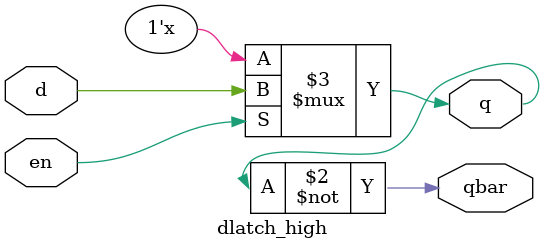
<source format=v>
module dlatch_high(
  input d,en, 
  output reg q, 
  output wire qbar);

  always@(*) begin 
    if(en)
      q<=d;
  end
  assign qbar =~q;
endmodule
   


</source>
